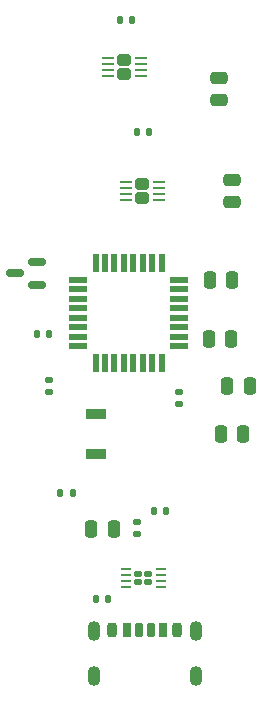
<source format=gbr>
%TF.GenerationSoftware,KiCad,Pcbnew,8.0.7*%
%TF.CreationDate,2025-01-05T21:05:33-07:00*%
%TF.ProjectId,Hat PCB,48617420-5043-4422-9e6b-696361645f70,rev?*%
%TF.SameCoordinates,Original*%
%TF.FileFunction,Paste,Top*%
%TF.FilePolarity,Positive*%
%FSLAX46Y46*%
G04 Gerber Fmt 4.6, Leading zero omitted, Abs format (unit mm)*
G04 Created by KiCad (PCBNEW 8.0.7) date 2025-01-05 21:05:33*
%MOMM*%
%LPD*%
G01*
G04 APERTURE LIST*
G04 Aperture macros list*
%AMRoundRect*
0 Rectangle with rounded corners*
0 $1 Rounding radius*
0 $2 $3 $4 $5 $6 $7 $8 $9 X,Y pos of 4 corners*
0 Add a 4 corners polygon primitive as box body*
4,1,4,$2,$3,$4,$5,$6,$7,$8,$9,$2,$3,0*
0 Add four circle primitives for the rounded corners*
1,1,$1+$1,$2,$3*
1,1,$1+$1,$4,$5*
1,1,$1+$1,$6,$7*
1,1,$1+$1,$8,$9*
0 Add four rect primitives between the rounded corners*
20,1,$1+$1,$2,$3,$4,$5,0*
20,1,$1+$1,$4,$5,$6,$7,0*
20,1,$1+$1,$6,$7,$8,$9,0*
20,1,$1+$1,$8,$9,$2,$3,0*%
G04 Aperture macros list end*
%ADD10RoundRect,0.147500X0.172500X-0.147500X0.172500X0.147500X-0.172500X0.147500X-0.172500X-0.147500X0*%
%ADD11RoundRect,0.135000X0.135000X0.185000X-0.135000X0.185000X-0.135000X-0.185000X0.135000X-0.185000X0*%
%ADD12RoundRect,0.135000X-0.135000X-0.185000X0.135000X-0.185000X0.135000X0.185000X-0.135000X0.185000X0*%
%ADD13RoundRect,0.250000X-0.250000X-0.475000X0.250000X-0.475000X0.250000X0.475000X-0.250000X0.475000X0*%
%ADD14RoundRect,0.250000X-0.475000X0.250000X-0.475000X-0.250000X0.475000X-0.250000X0.475000X0.250000X0*%
%ADD15RoundRect,0.242500X-0.342500X-0.242500X0.342500X-0.242500X0.342500X0.242500X-0.342500X0.242500X0*%
%ADD16RoundRect,0.062500X-0.412500X-0.062500X0.412500X-0.062500X0.412500X0.062500X-0.412500X0.062500X0*%
%ADD17RoundRect,0.147500X-0.172500X0.147500X-0.172500X-0.147500X0.172500X-0.147500X0.172500X0.147500X0*%
%ADD18RoundRect,0.140000X-0.205000X-0.140000X0.205000X-0.140000X0.205000X0.140000X-0.205000X0.140000X0*%
%ADD19RoundRect,0.062500X-0.337500X-0.062500X0.337500X-0.062500X0.337500X0.062500X-0.337500X0.062500X0*%
%ADD20RoundRect,0.135000X0.185000X-0.135000X0.185000X0.135000X-0.185000X0.135000X-0.185000X-0.135000X0*%
%ADD21R,1.600000X0.550000*%
%ADD22R,0.550000X1.600000*%
%ADD23RoundRect,0.175000X-0.175000X-0.425000X0.175000X-0.425000X0.175000X0.425000X-0.175000X0.425000X0*%
%ADD24RoundRect,0.190000X0.190000X0.410000X-0.190000X0.410000X-0.190000X-0.410000X0.190000X-0.410000X0*%
%ADD25RoundRect,0.200000X0.200000X0.400000X-0.200000X0.400000X-0.200000X-0.400000X0.200000X-0.400000X0*%
%ADD26RoundRect,0.175000X0.175000X0.425000X-0.175000X0.425000X-0.175000X-0.425000X0.175000X-0.425000X0*%
%ADD27RoundRect,0.190000X-0.190000X-0.410000X0.190000X-0.410000X0.190000X0.410000X-0.190000X0.410000X0*%
%ADD28RoundRect,0.200000X-0.200000X-0.400000X0.200000X-0.400000X0.200000X0.400000X-0.200000X0.400000X0*%
%ADD29O,1.100000X1.700000*%
%ADD30RoundRect,0.150000X0.587500X0.150000X-0.587500X0.150000X-0.587500X-0.150000X0.587500X-0.150000X0*%
%ADD31R,1.700000X0.900000*%
%ADD32RoundRect,0.250000X0.250000X0.475000X-0.250000X0.475000X-0.250000X-0.475000X0.250000X-0.475000X0*%
G04 APERTURE END LIST*
D10*
%TO.C,D2*%
X243500000Y-129970000D03*
X243500000Y-129000000D03*
%TD*%
D11*
%TO.C,R6*%
X248470000Y-147550000D03*
X247450000Y-147550000D03*
%TD*%
D12*
%TO.C,R5*%
X250917500Y-108000000D03*
X251937500Y-108000000D03*
%TD*%
%TO.C,R1*%
X242530000Y-125050000D03*
X243550000Y-125050000D03*
%TD*%
D13*
%TO.C,C1*%
X257050000Y-125500000D03*
X258950000Y-125500000D03*
%TD*%
D14*
%TO.C,C3*%
X257937500Y-103375000D03*
X257937500Y-105275000D03*
%TD*%
D12*
%TO.C,R7*%
X252430000Y-140050000D03*
X253450000Y-140050000D03*
%TD*%
D15*
%TO.C,U3*%
X251387500Y-112375000D03*
X251387500Y-113575000D03*
D16*
X249987500Y-112225000D03*
X249987500Y-112725000D03*
X249987500Y-113225000D03*
X249987500Y-113725000D03*
X252787500Y-113725000D03*
X252787500Y-113225000D03*
X252787500Y-112725000D03*
X252787500Y-112225000D03*
%TD*%
D12*
%TO.C,R4*%
X249480000Y-98500000D03*
X250500000Y-98500000D03*
%TD*%
D17*
%TO.C,D1*%
X251000000Y-141015000D03*
X251000000Y-141985000D03*
%TD*%
D14*
%TO.C,C2*%
X259000000Y-112000000D03*
X259000000Y-113900000D03*
%TD*%
D12*
%TO.C,R3*%
X244480000Y-138500000D03*
X245500000Y-138500000D03*
%TD*%
D18*
%TO.C,U4*%
X251075000Y-145400000D03*
X251075000Y-146100000D03*
X251925000Y-145400000D03*
X251925000Y-146100000D03*
D19*
X250050000Y-145000000D03*
X250050000Y-145500000D03*
X250050000Y-146000000D03*
X250050000Y-146500000D03*
X252950000Y-146500000D03*
X252950000Y-146000000D03*
X252950000Y-145500000D03*
X252950000Y-145000000D03*
%TD*%
D13*
%TO.C,C5*%
X258050000Y-133550000D03*
X259950000Y-133550000D03*
%TD*%
D20*
%TO.C,R2*%
X254500000Y-131000000D03*
X254500000Y-129980000D03*
%TD*%
D13*
%TO.C,C4*%
X247100000Y-141550000D03*
X249000000Y-141550000D03*
%TD*%
D21*
%TO.C,U1*%
X246000000Y-120500000D03*
X246000000Y-121300000D03*
X246000000Y-122100000D03*
X246000000Y-122900000D03*
X246000000Y-123700000D03*
X246000000Y-124500000D03*
X246000000Y-125300000D03*
X246000000Y-126100000D03*
D22*
X247450000Y-127550000D03*
X248250000Y-127550000D03*
X249050000Y-127550000D03*
X249850000Y-127550000D03*
X250650000Y-127550000D03*
X251450000Y-127550000D03*
X252250000Y-127550000D03*
X253050000Y-127550000D03*
D21*
X254500000Y-126100000D03*
X254500000Y-125300000D03*
X254500000Y-124500000D03*
X254500000Y-123700000D03*
X254500000Y-122900000D03*
X254500000Y-122100000D03*
X254500000Y-121300000D03*
X254500000Y-120500000D03*
D22*
X253050000Y-119050000D03*
X252250000Y-119050000D03*
X251450000Y-119050000D03*
X250650000Y-119050000D03*
X249850000Y-119050000D03*
X249050000Y-119050000D03*
X248250000Y-119050000D03*
X247450000Y-119050000D03*
%TD*%
D23*
%TO.C,P1*%
X251130000Y-150170000D03*
D24*
X253150000Y-150170000D03*
D25*
X254380000Y-150170000D03*
D26*
X252130000Y-150170000D03*
D27*
X250110000Y-150170000D03*
D28*
X248880000Y-150170000D03*
D29*
X247310000Y-150250000D03*
X247310000Y-154050000D03*
X255950000Y-150250000D03*
X255950000Y-154050000D03*
%TD*%
D30*
%TO.C,Q1*%
X242500000Y-120900000D03*
X242500000Y-119000000D03*
X240625000Y-119950000D03*
%TD*%
D31*
%TO.C,SW1*%
X247450000Y-135250000D03*
X247450000Y-131850000D03*
%TD*%
D15*
%TO.C,U2*%
X249887500Y-101875000D03*
X249887500Y-103075000D03*
D16*
X248487500Y-101725000D03*
X248487500Y-102225000D03*
X248487500Y-102725000D03*
X248487500Y-103225000D03*
X251287500Y-103225000D03*
X251287500Y-102725000D03*
X251287500Y-102225000D03*
X251287500Y-101725000D03*
%TD*%
D13*
%TO.C,C7*%
X258600000Y-129500000D03*
X260500000Y-129500000D03*
%TD*%
D32*
%TO.C,C6*%
X259000000Y-120500000D03*
X257100000Y-120500000D03*
%TD*%
M02*

</source>
